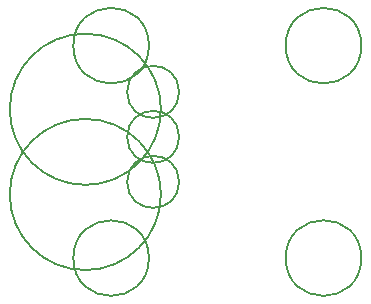
<source format=gbr>
%TF.GenerationSoftware,KiCad,Pcbnew,8.0.0*%
%TF.CreationDate,2024-08-24T05:38:51-07:00*%
%TF.ProjectId,aftbulkhead,61667462-756c-46b6-9865-61642e6b6963,rev?*%
%TF.SameCoordinates,Original*%
%TF.FileFunction,Other,Comment*%
%FSLAX46Y46*%
G04 Gerber Fmt 4.6, Leading zero omitted, Abs format (unit mm)*
G04 Created by KiCad (PCBNEW 8.0.0) date 2024-08-24 05:38:51*
%MOMM*%
%LPD*%
G01*
G04 APERTURE LIST*
%ADD10C,0.150000*%
G04 APERTURE END LIST*
D10*
%TO.C,H8*%
X158901600Y-81483200D02*
G75*
G02*
X146101600Y-81483200I-6400000J0D01*
G01*
X146101600Y-81483200D02*
G75*
G02*
X158901600Y-81483200I6400000J0D01*
G01*
%TO.C,H9*%
X158901600Y-88696800D02*
G75*
G02*
X146101600Y-88696800I-6400000J0D01*
G01*
X146101600Y-88696800D02*
G75*
G02*
X158901600Y-88696800I6400000J0D01*
G01*
%TO.C,H7*%
X157886000Y-94081600D02*
G75*
G02*
X151486000Y-94081600I-3200000J0D01*
G01*
X151486000Y-94081600D02*
G75*
G02*
X157886000Y-94081600I3200000J0D01*
G01*
%TO.C,H6*%
X175869200Y-94081600D02*
G75*
G02*
X169469200Y-94081600I-3200000J0D01*
G01*
X169469200Y-94081600D02*
G75*
G02*
X175869200Y-94081600I3200000J0D01*
G01*
%TO.C,H5*%
X157886000Y-76098400D02*
G75*
G02*
X151486000Y-76098400I-3200000J0D01*
G01*
X151486000Y-76098400D02*
G75*
G02*
X157886000Y-76098400I3200000J0D01*
G01*
%TO.C,H4*%
X175869200Y-76098400D02*
G75*
G02*
X169469200Y-76098400I-3200000J0D01*
G01*
X169469200Y-76098400D02*
G75*
G02*
X175869200Y-76098400I3200000J0D01*
G01*
%TO.C,H3*%
X160442000Y-80010000D02*
G75*
G02*
X156042000Y-80010000I-2200000J0D01*
G01*
X156042000Y-80010000D02*
G75*
G02*
X160442000Y-80010000I2200000J0D01*
G01*
%TO.C,H2*%
X160442000Y-83820000D02*
G75*
G02*
X156042000Y-83820000I-2200000J0D01*
G01*
X156042000Y-83820000D02*
G75*
G02*
X160442000Y-83820000I2200000J0D01*
G01*
%TO.C,H1*%
X160442000Y-87630000D02*
G75*
G02*
X156042000Y-87630000I-2200000J0D01*
G01*
X156042000Y-87630000D02*
G75*
G02*
X160442000Y-87630000I2200000J0D01*
G01*
%TD*%
M02*

</source>
